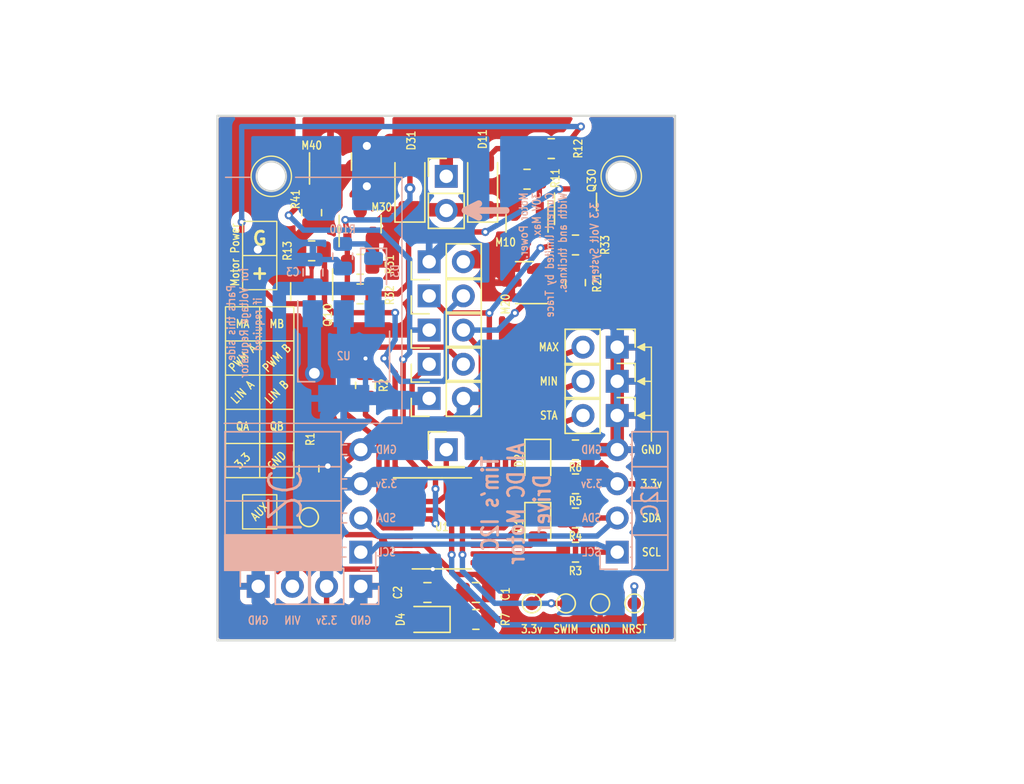
<source format=kicad_pcb>
(kicad_pcb (version 20221018) (generator pcbnew)
  (layers (0 "F.Cu" signal) (31 "B.Cu" signal) (34 "B.Paste" user) (35 "F.Paste" user) (36 "B.SilkS" user "B.Silkscreen") (37 "F.SilkS" user "F.Silkscreen") (38 "B.Mask" user) (39 "F.Mask" user) (44 "Edge.Cuts" user))
  (net 0 "")
  (net 1 "Net-(U1-VCAP)")
  (net 2 "Net-(D1-K)")
  (net 3 "+3V3")
  (net 4 "GND")
  (net 5 "Net-(D1-A)")
  (net 6 "Net-(D2-K)")
  (net 7 "+5V")
  (net 8 "Net-(D2-A)")
  (net 9 "Net-(D3-K)")
  (net 10 "Net-(D4-K)")
  (net 11 "/MOTOR_A")
  (net 12 "/MOTOR_POWER")
  (net 13 "/MOTOR_B")
  (net 14 "/LIN_MOTOR_A")
  (net 15 "/LIN_MOTOR_B")
  (net 16 "/SDA")
  (net 17 "/SCL")
  (net 18 "/NRST")
  (net 19 "Net-(D11-A)")
  (net 20 "/PWM_MOTOR_A")
  (net 21 "/SWIM")
  (net 22 "/PWM_MOTOR_B")
  (net 23 "Net-(D31-A)")
  (net 24 "/R-Set_I2C")
  (net 25 "/SDA_uC")
  (net 26 "/SCL_uC")
  (net 27 "/AUX")
  (net 28 "/QUAD_B")
  (net 29 "/QUAD_A")
  (net 30 "/IN_STATION")
  (net 31 "/IN_MIN")
  (net 32 "/IN_MAX")
  (net 33 "Net-(Q10-C)")
  (net 34 "Net-(Q30-C)")
  (footprint "Package_TO_SOT_SMD:SOT-23" (layer "F.Cu") (at 139.961 92 90)
    (fp_text reference "M40")
    (fp_text value "AO3400A")
  )
  (footprint "Tims_Modified:PinHeader_1x02_P2.54mm_Vertical" (layer "F.Cu") (at 147.291 107.066 90)
    (fp_text reference "J13" hide)
    (fp_text value "QUAD")
  )
  (footprint "Tims_Modified:PinHeader_1x02_P2.54mm_Vertical" (layer "F.Cu") (at 147.291 99.446 90)
    (fp_text reference "J15" hide)
    (fp_text value "MOTOR")
  )
  (footprint "Tims_Modified:PinHeader_1x02_P2.54mm_Vertical" (layer "F.Cu") (at 161.261 108.336 -90)
    (fp_text reference "J4" hide)
    (fp_text value "MIN_Switch")
  )
  (footprint "Resistor_SMD:R_0805_2012Metric" (layer "F.Cu") (at 158.161 101 90)
    (fp_text reference "R21")
    (fp_text value "10k")
  )
  (footprint "Tims_Modified:PinHeader_1x02_P2.54mm_Vertical" (layer "F.Cu") (at 161.261 105.796 -90)
    (fp_text reference "J5" hide)
    (fp_text value "MAX_Switch")
  )
  (footprint "Resistor_SMD:R_0805_2012Metric" (layer "F.Cu") (at 142.561 108.636 -90)
    (fp_text reference "R2")
    (fp_text value "10k")
  )
  (footprint "Resistor_SMD:R_0805_2012Metric" (layer "F.Cu") (at 156.361 91.036)
    (fp_text reference "R12")
    (fp_text value "10k")
  )
  (footprint "Resistor_SMD:R_0805_2012Metric" (layer "F.Cu") (at 154.561 93.311)
    (fp_text reference "R11")
    (fp_text value "10k")
  )
  (footprint "Package_TO_SOT_SMD:SOT-23" (layer "F.Cu") (at 158.161 95 90)
    (fp_text reference "Q30")
    (fp_text value "S8050")
  )
  (footprint "Resistor_SMD:R_0805_2012Metric" (layer "F.Cu") (at 142.161 101.836)
    (fp_text reference "R32")
    (fp_text value "10k")
  )
  (footprint "Tims_Modified:PinHeader_1x02_P2.54mm_Vertical" (layer "F.Cu") (at 147.291 109.606 90)
    (fp_text reference "J14" hide)
    (fp_text value "VCC")
  )
  (footprint "Tims_Modified:TSSOP-20_4.4x6.5mm_P0.65mm" (layer "F.Cu") (at 148.2385 118.896)
    (fp_text reference "U1")
    (fp_text value "STM8S103F3P")
  )
  (footprint "TestPoint:TestPoint_Pad_D1.0mm" (layer "F.Cu") (at 138.361 118.436)
    (fp_text reference "Pad1" hide)
    (fp_text value "R-Set_I2C")
  )
  (footprint "Resistor_SMD:R_0805_2012Metric" (layer "F.Cu") (at 158.161 115.956)
    (fp_text reference "R5")
    (fp_text value "150R")
  )
  (footprint "Resistor_SMD:R_0805_2012Metric" (layer "F.Cu") (at 158.161 118.496 180)
    (fp_text reference "R4")
    (fp_text value "100R")
  )
  (footprint "Capacitor_SMD:C_0805_2012Metric" (layer "F.Cu") (at 150.761 124.036 180)
    (fp_text reference "C1")
    (fp_text value "1uF")
  )
  (footprint "Package_TO_SOT_SMD:SOT-23" (layer "F.Cu") (at 142.161 96.646 90)
    (fp_text reference "M30")
    (fp_text value "AO3401A")
  )
  (footprint "LED_SMD:LED_0805_2012Metric" (layer "F.Cu") (at 147.161 126.036 180)
    (fp_text reference "D4")
    (fp_text value "Blue")
  )
  (footprint "Package_TO_SOT_SMD:SOT-23" (layer "F.Cu") (at 154.361 101 180)
    (fp_text reference "M20")
    (fp_text value "AO3400A")
  )
  (footprint "Package_TO_SOT_SMD:SOT-23" (layer "F.Cu") (at 154.561 96.596 -90)
    (fp_text reference "M10")
    (fp_text value "AO3401A")
  )
  (footprint "Resistor_SMD:R_0805_2012Metric" (layer "F.Cu") (at 138.561 95.8 -90)
    (fp_text reference "R41")
    (fp_text value "10k")
  )
  (footprint "Resistor_SMD:R_0805_2012Metric" (layer "F.Cu") (at 158.161 113.436)
    (fp_text reference "R6")
    (fp_text value "68R")
  )
  (footprint "Connector_PinHeader_2.54mm:PinHeader_1x01_P2.54mm_Vertical" (layer "F.Cu") (at 148.561 113.416)
    (fp_text reference "J9" hide)
    (fp_text value "AUX")
  )
  (footprint "Resistor_SMD:R_0805_2012Metric" (layer "F.Cu") (at 158.161 121.036 180)
    (fp_text reference "R3")
    (fp_text value "100R")
  )
  (footprint "Package_TO_SOT_SMD:SOT-23" (layer "F.Cu") (at 138.561 101.6625 -90)
    (fp_text reference "Q10")
    (fp_text value "S8050")
  )
  (footprint "Resistor_SMD:R_0805_2012Metric" (layer "F.Cu") (at 150.761 126.036)
    (fp_text reference "R7")
    (fp_text value "200R")
  )
  (footprint "TestPoint:TestPoint_Pad_D1.0mm" (layer "F.Cu") (at 159.991 124.846)
    (fp_text reference "Pad5" hide)
    (fp_text value "GND")
  )
  (footprint "TestPoint:TestPoint_Pad_D1.0mm" (layer "F.Cu") (at 154.911 124.846)
    (fp_text reference "Pad4" hide)
    (fp_text value "3.3v")
  )
  (footprint "Diode_SMD:D_MiniMELF" (layer "F.Cu") (at 151.261 93.836 90)
    (fp_text reference "D11")
    (fp_text value "LL4148")
  )
  (footprint "Tims_Modified:PinHeader_1x02_P2.54mm_Vertical" (layer "F.Cu") (at 148.561 93.096)
    (fp_text reference "J10" hide)
    (fp_text value "MOTOR_POWER")
  )
  (footprint "LED_SMD:LED_0805_2012Metric" (layer "F.Cu") (at 155.361 114.336 -90)
    (fp_text reference "D2")
    (fp_text value "Green")
  )
  (footprint "Resistor_SMD:R_0805_2012Metric" (layer "F.Cu") (at 158.161 98.2)
    (fp_text reference "R33")
    (fp_text value "10k")
  )
  (footprint "Resistor_SMD:R_0805_2012Metric" (layer "F.Cu") (at 142.161 99.636 180)
    (fp_text reference "R31")
    (fp_text value "10k")
  )
  (footprint "LED_SMD:LED_0805_2012Metric" (layer "F.Cu") (at 155.361 119.036 -90)
    (fp_text reference "D1")
    (fp_text value "Blue")
  )
  (footprint "Diode_SMD:D_MiniMELF" (layer "F.Cu") (at 145.861 93.836 90)
    (fp_text reference "D31")
    (fp_text value "LL4148")
  )
  (footprint "Tims_Modified:PinHeader_1x02_P2.54mm_Vertical" (layer "F.Cu") (at 147.291 104.526 90)
    (fp_text reference "J7" hide)
    (fp_text value "LIN")
  )
  (footprint "Tims_Modified:PinHeader_1x02_P2.54mm_Vertical" (layer "F.Cu") (at 147.291 101.986 90)
    (fp_text reference "J8" hide)
    (fp_text value "PWM")
  )
  (footprint "Capacitor_SMD:C_0805_2012Metric" (layer "F.Cu") (at 147.161 124.036)
    (fp_text reference "C2")
    (fp_text value "100nF")
  )
  (footprint "Resistor_SMD:R_0805_2012Metric" (layer "F.Cu") (at 138.361 114.836 -90)
    (fp_text reference "R1")
    (fp_text value "10k")
  )
  (footprint "Resistor_SMD:R_0805_2012Metric" (layer "F.Cu") (at 138.561 98.636 180)
    (fp_text reference "R13")
    (fp_text value "10k")
  )
  (footprint "TestPoint:TestPoint_Pad_D1.0mm" (layer "F.Cu") (at 157.451 124.846)
    (fp_text reference "Pad3" hide)
    (fp_text value "SWIM")
  )
  (footprint "TestPoint:TestPoint_Pad_D1.0mm" (layer "F.Cu") (at 162.531 124.846)
    (fp_text reference "Pad2" hide)
    (fp_text value "NRST")
  )
  (footprint "Tims_Modified:PinHeader_1x02_P2.54mm_Vertical" (layer "F.Cu") (at 161.261 110.876 -90)
    (fp_text reference "J3" hide)
    (fp_text value "IN_STATION")
  )
  (footprint "Package_TO_SOT_SMD:SOT-223-3_TabPin2" (layer "B.Cu") (at 140.941 106.456 -90)
    (fp_text reference "U2")
    (fp_text value "AMS1117-3.3" hide)
  )
  (footprint "Connector_PinSocket_2.54mm:PinSocket_1x04_P2.54mm_Horizontal" (layer "B.Cu") (at 142.211 121.036)
    (fp_text reference "J1" hide)
    (fp_text value "I2C_3.3v")
  )
  (footprint "Tims_Modified:PinHeader_1x02_P2.54mm_Vertical" (layer "B.Cu") (at 142.211 123.576 90)
    (fp_text reference "J11" hide)
    (fp_text value "3.3_OUT" hide)
  )
  (footprint "Tims_Modified:PinHeader_1x02_P2.54mm_Vertical" (layer "B.Cu") (at 134.591 123.576 -90)
    (fp_text reference "J12" hide)
    (fp_text value "VIN" hide)
  )
  (footprint "LED_SMD:LED_0805_2012Metric" (layer "B.Cu") (at 143.161 100.136 -90)
    (fp_text reference "D3")
    (fp_text value "Blue" hide)
  )
  (footprint "Capacitor_SMD:C_0805_2012Metric" (layer "B.Cu") (at 138.661 100.236 90)
    (fp_text reference "C3")
    (fp_text value "100nF" hide)
  )
  (footprint "Connector_PinHeader_2.54mm:PinHeader_1x04_P2.54mm_Horizontal" (layer "B.Cu") (at 161.261 121.036)
    (fp_text reference "J2" hide)
    (fp_text value "I2C_3.3v" hide)
  )
  (footprint "Resistor_SMD:R_0805_2012Metric" (layer "B.Cu") (at 140.861 99.036 -90)
    (fp_text reference "R100")
    (fp_text value "1K" hide)
  )
  (gr_line (start 145.269 93.17) (end 145.269 111.458) (stroke (width 0.1)) (layer "B.SilkS"))
  (gr_line (start 149.961 95.636) (end 150.977 95.128) (stroke (width 0.5)) (layer "B.SilkS"))
  (gr_line (start 149.961 95.636) (end 150.977 96.144) (stroke (width 0.5)) (layer "B.SilkS"))
  (gr_line (start 137.361 93.17) (end 145.269 93.17) (stroke (width 0.1)) (layer "B.SilkS"))
  (gr_line (start 149.961 95.636) (end 153.009 95.636) (stroke (width 0.5)) (layer "B.SilkS"))
  (gr_line (start 132.161 93.17) (end 133.961 93.17) (stroke (width 0.1)) (layer "B.SilkS"))
  (gr_line (start 145.269 111.458) (end 132.061 111.458) (stroke (width 0.1)) (layer "B.SilkS"))
  (gr_line (start 134.701 102.796) (end 134.701 115.496) (stroke (width 0.1)) (layer "F.SilkS"))
  (gr_line (start 162.785 105.796) (end 163.801 105.796) (stroke (width 0.1)) (layer "F.SilkS"))
  (gr_line (start 132.161 105.336) (end 137.241 105.336) (stroke (width 0.1)) (layer "F.SilkS"))
  (gr_rect (start 133.431 116.766) (end 135.971 119.306) (stroke (width 0.1)) (fill none) (layer "F.SilkS"))
  (gr_poly (pts (xy 162.785 105.796) (xy 163.293 105.542) (xy 163.293 106.05)) (stroke (width 0.1)) (fill solid) (layer "F.SilkS"))
  (gr_line (start 162.785 108.336) (end 163.801 108.336) (stroke (width 0.1)) (layer "F.SilkS"))
  (gr_line (start 133.431 98.986) (end 135.971 98.986) (stroke (width 0.1)) (layer "F.SilkS"))
  (gr_circle (center 161.561 93.096) (end 163.061 93.096) (stroke (width 0.1)) (fill none) (layer "F.SilkS"))
  (gr_poly (pts (xy 162.785 108.336) (xy 163.293 108.082) (xy 163.293 108.59)) (stroke (width 0.1)) (fill solid) (layer "F.SilkS"))
  (gr_poly (pts (xy 162.785 110.876) (xy 163.293 110.622) (xy 163.293 111.13)) (stroke (width 0.1)) (fill solid) (layer "F.SilkS"))
  (gr_rect (start 133.431 96.446) (end 135.971 101.526) (stroke (width 0.1)) (fill none) (layer "F.SilkS"))
  (gr_line (start 132.161 107.876) (end 137.241 107.876) (stroke (width 0.1)) (layer "F.SilkS"))
  (gr_line (start 132.161 110.416) (end 137.241 110.416) (stroke (width 0.1)) (layer "F.SilkS"))
  (gr_rect (start 132.161 102.796) (end 137.241 115.496) (stroke (width 0.1)) (fill none) (layer "F.SilkS"))
  (gr_line (start 162.785 110.876) (end 163.801 110.876) (stroke (width 0.1)) (layer "F.SilkS"))
  (gr_line (start 163.801 105.796) (end 163.801 112.781) (stroke (width 0.1)) (layer "F.SilkS"))
  (gr_circle (center 135.561 93.096) (end 137.061 93.096) (stroke (width 0.1)) (fill none) (layer "F.SilkS"))
  (gr_line (start 132.161 112.956) (end 137.241 112.956) (stroke (width 0.1)) (layer "F.SilkS"))
  (gr_circle (center 161.561 93.096) (end 162.661 93.096) (stroke (width 0.15)) (fill none) (layer "Edge.Cuts"))
  (gr_line (start 165.561 127.596) (end 131.561 127.596) (stroke (width 0.15)) (layer "Edge.Cuts"))
  (gr_line (start 165.561 88.596) (end 165.561 127.596) (stroke (width 0.15)) (layer "Edge.Cuts"))
  (gr_line (start 131.561 127.596) (end 131.561 88.596) (stroke (width 0.15)) (layer "Edge.Cuts"))
  (gr_line (start 131.561 88.596) (end 165.561 88.596) (stroke (width 0.15)) (layer "Edge.Cuts"))
  (gr_circle (center 135.561 93.096) (end 136.661 93.096) (stroke (width 0.15)) (fill none) (layer "Edge.Cuts"))
  (gr_text "GND" (at 134.591 126.116) (layer "B.SilkS") (effects (font (size 0.6 0.5) (thickness 0.1)) (justify mirror)))
  (gr_text "3.3v" (at 139.671 126.116) (layer "B.SilkS") (effects (font (size 0.6 0.5) (thickness 0.1)) (justify mirror)))
  (gr_text "VIN" (at 137.131 126.116) (layer "B.SilkS") (effects (font (size 0.6 0.5) (thickness 0.1)) (justify mirror)))
  (gr_text "GND" (at 142.211 126.116) (layer "B.SilkS") (effects (font (size 0.6 0.5) (thickness 0.1)) (justify mirror)))
  (gr_text "if required" (at 134.561 104.096 90) (layer "B.SilkS") (effects (font (size 0.6 0.5) (thickness 0.1)) (justify mirror)))
  (gr_text "SDA" (at 144.116 118.496) (layer "B.SilkS") (effects (font (size 0.6 0.5) (thickness 0.1)) (justify mirror)))
  (gr_text "Motor Power.\n30V Max.\nCurrent limited by Trace\nWidth and thciknes." (at 155.761 94.236 90) (layer "B.SilkS") (effects (font (size 0.6 0.5) (thickness 0.1)) (justify left mirror)))
  (gr_text "GND" (at 159.356 113.416) (layer "B.SilkS") (effects (font (size 0.6 0.5) (thickness 0.1)) (justify mirror)))
  (gr_text "Parts this side\nfor Voltage Regulator" (at 133.061 103.996 90) (layer "B.SilkS") (effects (font (size 0.6 0.5) (thickness 0.1)) (justify mirror)))
  (gr_text "I2C" (at 136.436 117.226 270) (layer "B.SilkS") (effects (font (size 2.4 2) (thickness 0.2) bold) (justify mirror)))
  (gr_text "3.3 Volt System" (at 159.571 98.046 90) (layer "B.SilkS") (effects (font (size 0.6 0.5) (thickness 0.1)) (justify mirror)))
  (gr_text "SCL" (at 144.116 121.036) (layer "B.SilkS") (effects (font (size 0.6 0.5) (thickness 0.1)) (justify mirror)))
  (gr_text "GND" (at 144.116 113.416) (layer "B.SilkS") (effects (font (size 0.6 0.5) (thickness 0.1)) (justify mirror)))
  (gr_text "SDA" (at 159.356 118.496) (layer "B.SilkS") (effects (font (size 0.6 0.5) (thickness 0.1)) (justify mirror)))
  (gr_text "I2C" (at 163.691 117.226 90) (layer "B.SilkS") (effects (font (size 1.2 1)) (justify mirror)))
  (gr_text "Tim's I2C\nAI DC Motor\nDriver" (at 153.761 117.436 90) (layer "B.SilkS") (effects (font (size 1.2 1) (thickness 0.2) bold) (justify mirror)))
  (gr_text "3.3v" (at 159.356 115.956) (layer "B.SilkS") (effects (font (size 0.6 0.5) (thickness 0.1)) (justify mirror)))
  (gr_text "SCL" (at 159.356 121.036) (layer "B.SilkS") (effects (font (size 0.6 0.5) (thickness 0.1)) (justify mirror)))
  (gr_text "3.3v" (at 144.116 115.956) (layer "B.SilkS") (effects (font (size 0.6 0.5) (thickness 0.1)) (justify mirror)))
  (gr_text "I2C\nReset" (at 138.401 120.636) (layer "F.SilkS") (effects (font (size 0.6 0.5) (thickness 0.1))))
  (gr_text "G" (at 134.701 97.716) (layer "F.SilkS") (effects (font (size 1 1) (thickness 0.2) bold)))
  (gr_text "GND" (at 163.801 113.416) (layer "F.SilkS") (effects (font (size 0.6 0.5) (thickness 0.1))))
  (gr_text "NRST" (at 162.531 126.751) (layer "F.SilkS") (effects (font (size 0.6 0.5) (thickness 0.1))))
  (gr_text "3.3" (at 133.431 114.246 45) (layer "F.SilkS") (effects (font (size 0.6 0.5) (thickness 0.1))))
  (gr_text "STA" (at 156.181 110.876) (layer "F.SilkS") (effects (font (size 0.6 0.5) (thickness 0.1))))
  (gr_text "3.3v" (at 154.911 126.751) (layer "F.SilkS") (effects (font (size 0.6 0.5) (thickness 0.1))))
  (gr_text "LIN B" (at 135.971 109.146 45) (layer "F.SilkS") (effects (font (size 0.6 0.5) (thickness 0.1))))
  (gr_text "SDA" (at 163.801 118.496) (layer "F.SilkS") (effects (font (size 0.6 0.5) (thickness 0.1))))
  (gr_text "SCL" (at 163.801 121.036) (layer "F.SilkS") (effects (font (size 0.6 0.5) (thickness 0.1))))
  (gr_text "MA" (at 133.431 104.066) (layer "F.SilkS") (effects (font (size 0.6 0.5) (thickness 0.1))))
  (gr_text "QA" (at 133.431 111.686) (layer "F.SilkS") (effects (font (size 0.6 0.5) (thickness 0.1))))
  (gr_text "Motor Power" (at 132.871 98.936 90) (layer "F.SilkS") (effects (font (size 0.6 0.5) (thickness 0.1))))
  (gr_text "3.3v" (at 163.801 115.956) (layer "F.SilkS") (effects (font (size 0.6 0.5) (thickness 0.1))))
  (gr_text "AUX" (at 134.701 118.036 45) (layer "F.SilkS") (effects (font (size 0.6 0.5) (thickness 0.1))))
  (gr_text "+" (at 134.701 100.256) (layer "F.SilkS") (effects (font (size 1 1) (thickness 0.2) bold)))
  (gr_text "GND" (at 134.561 122.036) (layer "F.SilkS") (effects (font (size 0.6 0.5) (thickness 0.1))))
  (gr_text "GND" (at 135.971 114.246 45) (layer "F.SilkS") (effects (font (size 0.6 0.5) (thickness 0.1))))
  (gr_text "PWM B" (at 135.971 106.606 45) (layer "F.SilkS") (effects (font (size 0.6 0.5) (thickness 0.1))))
  (gr_text "GND" (at 159.991 126.751) (layer "F.SilkS") (effects (font (size 0.6 0.5) (thickness 0.1))))
  (gr_text "SWIM" (at 157.451 126.751) (layer "F.SilkS") (effects (font (size 0.6 0.5) (thickness 0.1))))
  (gr_text "LIN A" (at 133.431 109.146 45) (layer "F.SilkS") (effects (font (size 0.6 0.5) (thickness 0.1))))
  (gr_text "MB" (at 135.971 104.066) (layer "F.SilkS") (effects (font (size 0.6 0.5) (thickness 0.1))))
  (gr_text "MIN" (at 156.181 108.336) (layer "F.SilkS") (effects (font (size 0.6 0.5) (thickness 0.1))))
  (gr_text "MAX" (at 156.181 105.796) (layer "F.SilkS") (effects (font (size 0.6 0.5) (thickness 0.1))))
  (gr_text "QB" (at 135.971 111.686) (layer "F.SilkS") (effects (font (size 0.6 0.5) (thickness 0.1))))
  (gr_text "PWM A" (at 133.431 106.606 45) (layer "F.SilkS") (effects (font (size 0.6 0.5) (thickness 0.1))))
  (segment (start 146.986 120.521) (end 149.161 122.696) (width 0.4) (layer "F.Cu") (net 1))
  (segment (start 145.376 120.521) (end 146.986 120.521) (width 0.4) (layer "F.Cu") (net 1))
  (segment (start 149.161 122.696) (end 150.761 122.696) (width 0.4) (layer "F.Cu") (net 1))
  (segment (start 150.761 122.696) (end 151.711 123.646) (width 0.4) (layer "F.Cu") (net 1))
  (segment (start 151.711 123.646) (end 151.711 124.036) (width 0.4) (layer "F.Cu") (net 1))
  (segment (start 151.37953 124.036) (end 151.711 124.036) (width 0.4) (layer "F.Cu") (net 1))
  (segment (start 157.2485 115.956) (end 155.361 118.0985) (width 0.4) (layer "F.Cu") (net 2))
  (segment (start 139.671 125.146) (end 140.561 126.036) (width 0.4) (layer "F.Cu") (net 3))
  (segment (start 140.561 126.036) (end 146.2235 126.036) (width 0.4) (layer "F.Cu") (net 3))
  (segment (start 161.261 115.956) (end 162.581 115.956) (width 0.4) (layer "F.Cu") (net 3))
  (segment (start 162.961 116.336) (end 162.961 122.306) (width 0.4) (layer "F.Cu") (net 3))
  (segment (start 139.0485 113.9235) (end 139.761 114.636) (width 0.4) (layer "F.Cu") (net 3))
  (segment (start 146.436 121.171) (end 146.561 121.296) (width 0.4) (layer "F.Cu") (net 3))
  (segment (start 146.561 123.686) (end 146.211 124.036) (width 0.4) (layer "F.Cu") (net 3))
  (segment (start 162.961 122.306) (end 159.991 123.576) (width 0.4) (layer "F.Cu") (net 3))
  (segment (start 139.671 123.576) (end 139.671 125.146) (width 0.4) (layer "F.Cu") (net 3))
  (segment (start 138.361 113.9235) (end 139.0485 113.9235) (width 0.4) (layer "F.Cu") (net 3))
  (segment (start 159.991 123.576) (end 156.181 123.576) (width 0.4) (layer "F.Cu") (net 3))
  (segment (start 146.2235 124.0485) (end 146.211 124.036) (width 0.4) (layer "F.Cu") (net 3))
  (segment (start 145.376 121.171) (end 146.436 121.171) (width 0.4) (layer "F.Cu") (net 3))
  (segment (start 162.581 115.956) (end 162.961 116.336) (width 0.4) (layer "F.Cu") (net 3))
  (segment (start 146.2235 126.036) (end 146.2235 124.0485) (width 0.4) (layer "F.Cu") (net 3))
  (segment (start 156.181 123.576) (end 154.911 124.846) (width 0.4) (layer "F.Cu") (net 3))
  (segment (start 146.561 121.296) (end 146.561 123.686) (width 0.4) (layer "F.Cu") (net 3))
  (segment (start 142.561 107.7235) (end 142.561 106.636) (width 0.4) (layer "F.Cu") (net 3))
  (via (at 139.761 114.636) (size 0.8) (drill 0.4) (layers "F.Cu" "B.Cu") (net 3))
  (via (at 142.561 106.636) (size 0.6) (drill 0.3) (layers "F.Cu" "B.Cu") (net 3))
  (segment (start 147.291 109.606) (end 142.961 109.606) (width 1) (layer "B.Cu") (net 3))
  (segment (start 142.211 115.956) (end 143.261 115.196) (width 1) (layer "B.Cu") (net 3))
  (segment (start 139.671 110.876) (end 140.941 109.606) (width 1) (layer "B.Cu") (net 3))
  (segment (start 139.671 114.546) (end 139.671 110.876) (width 1) (layer "B.Cu") (net 3))
  (segment (start 142.961 109.606) (end 140.941 109.606) (width 1) (layer "B.Cu") (net 3))
  (segment (start 139.671 114.726) (end 139.761 114.636) (width 1) (layer "B.Cu") (net 3))
  (segment (start 139.671 115.936) (end 139.671 114.726) (width 1) (layer "B.Cu") (net 3))
  (segment (start 160.261 115.196) (end 161.261 115.956) (width 1) (layer "B.Cu") (net 3))
  (segment (start 142.561 106.636) (end 142.561 109.206) (width 0.4) (layer "B.Cu") (net 3))
  (segment (start 143.261 115.196) (end 160.261 115.196) (width 1) (layer "B.Cu") (net 3))
  (segment (start 139.671 123.576) (end 139.671 115.936) (width 1) (layer "B.Cu") (net 3))
  (segment (start 142.211 115.956) (end 139.691 115.956) (width 1) (layer "B.Cu") (net 3))
  (segment (start 140.941 103.306) (end 140.941 109.606) (width 1) (layer "B.Cu") (net 3))
  (segment (start 142.561 109.206) (end 142.961 109.606) (width 0.4) (layer "B.Cu") (net 3))
  (segment (start 139.691 115.956) (end 139.671 115.936) (width 1) (layer "B.Cu") (net 3))
  (segment (start 139.761 114.636) (end 139.671 114.546) (width 1) (layer "B.Cu") (net 3))
  (segment (start 140.441 113.416) (end 138.761 111.736) (width 1) (layer "F.Cu") (net 4))
  (segment (start 137.611 100.6985) (end 137.611 98.6735) (width 1) (layer "F.Cu") (net 4))
  (segment (start 142.211 113.416) (end 140.441 113.416) (width 1) (layer "F.Cu") (net 4))
  (segment (start 161.261 96) (end 159.111 95.9735) (width 1) (layer "F.Cu") (net 4))
  (segment (start 162.961 126.036) (end 153.641 126.036) (width 0.4) (layer "F.Cu") (net 4))
  (segment (start 138.761 107.736) (end 138.761 107.7235) (width 1) (layer "F.Cu") (net 4))
  (segment (start 147.861 90.436) (end 148.561 91.136) (width 1) (layer "F.Cu") (net 4))
  (segment (start 159.0735 98.2) (end 161.261 98.2) (width 1) (layer "F.Cu") (net 4))
  (segment (start 148.561 91.136) (end 148.561 93.096) (width 1) (layer "F.Cu") (net 4))
  (segment (start 141.5985 92.336) (end 143.761 92.336) (width 1) (layer "F.Cu") (net 4))
  (segment (start 143.161 119.736) (end 141.161 119.736) (width 0.4) (layer "F.Cu") (net 4))
  (segment (start 144.361 90.436) (end 147.861 90.436) (width 1) (layer "F.Cu") (net 4))
  (segment (start 151.6735 125.8485) (end 151.6735 126.036) (width 0.4) (layer "F.Cu") (net 4))
  (segment (start 148.401 92.936) (end 148.561 93.096) (width 1) (layer "F.Cu") (net 4))
  (segment (start 140.361 94.036) (end 141.5985 92.336) (width 1) (layer "F.Cu") (net 4))
  (segment (start 163.961 125.036) (end 162.961 126.036) (width 0.4) (layer "F.Cu") (net 4))
  (segment (start 140.561 114.896) (end 142.211 113.416) (width 0.4) (layer "F.Cu") (net 4))
  (segment (start 151.6735 126.036) (end 153.641 126.036) (width 0.4) (layer "F.Cu") (net 4))
  (segment (start 143.536 119.871) (end 143.161 119.736) (width 0.4) (layer "F.Cu") (net 4))
  (segment (start 161.261 105.796) (end 161.261 113.416) (width 1) (layer "F.Cu") (net 4))
  (segment (start 134.561 98.536) (end 137.5485 98.536) (width 1) (layer "F.Cu") (net 4))
  (segment (start 140.361 95.236) (end 140.361 94.036) (width 1) (layer "F.Cu") (net 4))
  (segment (start 161.261 105.796) (end 161.261 100) (width 1) (layer "F.Cu") (net 4))
  (segment (start 138.761 111.736) (end 138.761 107.736) (width 1) (layer "F.Cu") (net 4))
  (segment (start 138.561 96.7485) (end 138.724828 96.7485) (width 1) (layer "F.Cu") (net 4))
  (segment (start 161.261 113.416) (end 159.0735 113.416) (width 1) (layer "F.Cu") (net 4))
  (segment (start 140.561 119.096) (end 140.561 114.896) (width 0.4) (layer "F.Cu") (net 4))
  (segment (start 147.561 123.486) (end 148.111 124.036) (width 0.4) (layer "F.Cu") (net 4))
  (segment (start 159.991 126.036) (end 159.991 124.846) (width 0.4) (layer "F.Cu") (net 4))
  (segment (start 161.261 113.416) (end 162.941 113.416) (width 0.4) (layer "F.Cu") (net 4))
  (segment (start 162.941 113.416) (end 163.961 114.436) (width 0.4) (layer "F.Cu") (net 4))
  (segment (start 145.376 119.871) (end 143.536 119.871) (width 0.4) (layer "F.Cu") (net 4))
  (segment (start 138.561 96.7485) (end 137.6485 97.661) (width 1) (layer "F.Cu") (net 4))
  (segment (start 143.761 92.336) (end 144.361 90.436) (width 1) (layer "F.Cu") (net 4))
  (segment (start 148.111 124.036) (end 149.811 124.036) (width 0.4) (layer "F.Cu") (net 4))
  (segment (start 141.161 119.736) (end 140.561 119.096) (width 0.4) (layer "F.Cu") (net 4))
  (segment (start 149.811 124.036) (end 149.861 124.036) (width 0.4) (layer "F.Cu") (net 4))
  (segment (start 159.0735 113.416) (end 159.0735 115.956) (width 1) (layer "F.Cu") (net 4))
  (segment (start 161.261 100) (end 161.261 96) (width 1) (layer "F.Cu") (net 4))
  (segment (start 137.6485 97.661) (end 137.6485 98.636) (width 1) (layer "F.Cu") (net 4))
  (segment (start 155.2985 100.05) (end 161.211 100.05) (width 1) (layer "F.Cu") (net 4))
  (segment (start 163.961 114.436) (end 163.961 125.036) (width 0.4) (layer "F.Cu") (net 4))
  (segment (start 138.724828 96.7485) (end 140.361 95.236) (width 1) (layer "F.Cu") (net 4))
  (segment (start 149.861 124.036) (end 151.6735 125.8485) (width 0.4) (layer "F.Cu") (net 4))
  (segment (start 147.561 122.296) (end 147.561 123.486) (width 0.4) (layer "F.Cu") (net 4))
  (via (at 134.561 98.536) (size 1.2) (drill 0.6) (layers "F.Cu" "B.Cu") (net 4))
  (via (at 138.761 107.736) (size 1.4) (drill 0.8) (layers "F.Cu" "B.Cu") (net 4))
  (via (at 147.561 122.296) (size 0.6) (drill 0.3) (layers "F.Cu" "B.Cu") (net 4))
  (segment (start 135.661 125.736) (end 141.261 125.736) (width 1) (layer "B.Cu") (net 4))
  (segment (start 140.411 99.286) (end 138.661 99.286) (width 0.4) (layer "B.Cu") (net 4))
  (segment (start 134.591 124.666) (end 135.661 125.736) (width 1) (layer "B.Cu") (net 4))
  (segment (start 134.561 98.536) (end 134.561 98.436) (width 1) (layer "B.Cu") (net 4))
  (segment (start 144.361 111.436) (end 149.203081 111.436) (width 1) (layer "B.Cu") (net 4))
  (segment (start 157.561 103.436) (end 160.361 103.436) (width 1) (layer "B.Cu") (net 4))
  (segment (start 149.203081 111.436) (end 149.831 110.808081) (width 1) (layer "B.Cu") (net 4))
  (segment (start 138.761 107.736) (end 138.761 103.426) (width 1) (layer "B.Cu") (net 4))
  (segment (start 134.561958 99.336) (end 134.561 98.536) (width 1) (layer "B.Cu") (net 4))
  (segment (start 138.761 103.426) (end 138.641 103.306) (width 1) (layer "B.Cu") (net 4))
  (segment (start 134.591 123.576) (end 134.561958 99.336) (width 1) (layer "B.Cu") (net 4))
  (segment (start 140.861 99.9485) (end 140.861 99.736) (width 0.4) (layer "B.Cu") (net 4))
  (segment (start 161.261 104.336) (end 161.261 105.796) (width 1) (layer "B.Cu") (net 4))
  (segment (start 140.861 99.736) (end 140.411 99.286) (width 0.4) (layer "B.Cu") (net 4))
  (segment (start 138.661 99.286) (end 134.611958 99.286) (width 1) (layer "B.Cu") (net 4))
  (segment (start 142.211 123.576) (end 146.281 123.576) (width 0.4) (layer "B.Cu") (net 4))
  (segment (start 149.831 110.808081) (end 149.831 109.606) (width 1) (layer "B.Cu") (net 4))
  (segment (start 134.591 123.576) (end 134.591 124.666) (width 1) (layer "B.Cu") (net 4))
  (segment (start 146.281 123.576) (end 147.561 122.296) (width 0.4) (layer "B.Cu") (net 4))
  (segment (start 160.361 103.436) (end 161.261 104.336) (width 1) (layer "B.Cu") (net 4))
  (segment (start 141.261 125.736) (end 142.211 124.786) (width 1) (layer "B.Cu") (net 4))
  (segment (start 142.211 113.416) (end 144.361 111.436) (width 1) (layer "B.Cu") (net 4))
  (segment (start 142.211 124.786) (end 142.211 123.576) (width 1) (layer "B.Cu") (net 4))
  (segment (start 151.391 109.606) (end 157.561 103.436) (width 1) (layer "B.Cu") (net 4))
  (segment (start 149.831 109.606) (end 151.391 109.606) (width 1) (layer "B.Cu") (net 4))
  (segment (start 151.101 120.521) (end 154.8135 120.521) (width 0.4) (layer "F.Cu") (net 5))
  (segment (start 154.8135 120.521) (end 155.361 119.9735) (width 0.4) (layer "F.Cu") (net 5))
  (segment (start 155.2785 113.416) (end 155.261 113.3985) (width 0.4) (layer "F.Cu") (net 6))
  (segment (start 157.2485 113.416) (end 155.2785 113.416) (width 0.4) (layer "F.Cu") (net 6))
  (segment (start 137.131 121.106) (end 137.131 123.576) (width 1) (layer "B.Cu") (net 7))
  (segment (start 142.731 101.436) (end 136.161 101.436) (width 1) (layer "B.Cu") (net 7))
  (segment (start 136.161 101.436) (end 136.161 119.966) (width 1) (layer "B.Cu") (net 7))
  (segment (start 136.161 119.966) (end 137.131 121.106) (width 1) (layer "B.Cu") (net 7))
  (segment (start 143.241 103.306) (end 143.261 101.236) (width 1) (layer "B.Cu") (net 7))
  (segment (start 153.186 119.871) (end 154.161 118.896) (width 0.4) (layer "F.Cu") (net 8))
  (segment (start 154.161 118.896) (end 154.161 116.296) (width 0.4) (layer "F.Cu") (net 8))
  (segment (start 151.101 119.871) (end 153.186 119.871) (width 0.4) (layer "F.Cu") (net 8))
  (segment (start 154.161 116.296) (end 155.261 115.2735) (width 0.4) (layer "F.Cu") (net 8))
  (segment (start 142.5485 98.1235) (end 140.861 98.1235) (width 0.4) (layer "B.Cu") (net 9))
  (segment (start 143.161 98.736) (end 142.5485 98.1235) (width 0.4) (layer "B.Cu") (net 9))
  (segment (start 143.161 99.1985) (end 143.161 98.736) (width 0.4) (layer "B.Cu") (net 9))
  (segment (start 148.0985 126.036) (end 149.8485 126.036) (width 0.4) (layer "F.Cu") (net 10))
  (segment (start 142.161 94.336) (end 142.661 93.836) (width 1) (layer "F.Cu") (net 11))
  (segment (start 142.161 95.6985) (end 142.161 94.336) (width 1) (layer "F.Cu") (net 11))
  (segment (start 142.661 90.836) (end 140.2735 90.836) (width 1) (layer "F.Cu") (net 11))
  (via (at 142.661 90.836) (size 1.2) (drill 0.6) (layers "F.Cu" "B.Cu") (net 11))
  (via (at 142.661 93.836) (size 1.2) (drill 0.6) (layers "F.Cu" "B.Cu") (net 11))
  (segment (start 142.661 90.836) (end 149.361 90.836) (width 1) (layer "B.Cu") (net 11))
  (segment (start 150.311 96.426) (end 147.291 99.446) (width 1) (layer "B.Cu") (net 11))
  (segment (start 150.311 91.786) (end 150.311 96.426) (width 1) (layer "B.Cu") (net 11))
  (segment (start 149.361 90.836) (end 150.311 91.786) (width 1) (layer "B.Cu") (net 11))
  (segment (start 142.661 93.836) (end 142.661 90.836) (width 1) (layer "B.Cu") (net 11))
  (segment (start 153.2985 95.586) (end 153.611 95.8985) (width 1) (layer "F.Cu") (net 12))
  (segment (start 143.8735 97.5735) (end 145.861 95.586) (width 1) (layer "F.Cu") (net 12))
  (segment (start 143.0735 99.636) (end 143.0735 97.611) (width 1) (layer "F.Cu") (net 12))
  (segment (start 153.6485 93.311) (end 153.6485 95.861) (width 1) (layer "F.Cu") (net 12))
  (segment (start 143.111 97.5735) (end 143.8735 97.5735) (width 1) (layer "F.Cu") (net 12))
  (segment (start 145.861 95.586) (end 153.2985 95.586) (width 1) (layer "F.Cu") (net 12))
  (segment (start 151.811 99.446) (end 149.831 99.446) (width 1) (layer "F.Cu") (net 13))
  (segment (start 153.4235 101) (end 152.161 99.796) (width 1) (layer "F.Cu") (net 13))
  (segment (start 149.831 99.446) (end 154.561 97.5335) (width 1) (layer "F.Cu") (net 13))
  (segment (start 152.161 99.796) (end 151.811 99.446) (width 1) (layer "F.Cu") (net 13))
  (segment (start 146.961 115.436) (end 146.961 116.096) (width 0.4) (layer "F.Cu") (net 14))
  (segment (start 136.861 95.996) (end 137.9335 94.9235) (width 0.4) (layer "F.Cu") (net 14))
  (segment (start 138.561 93.4735) (end 139.011 92.9375) (width 0.4) (layer "F.Cu") (net 14))
  (segment (start 146.436 116.621) (end 146.961 116.096) (width 0.4) (layer "F.Cu") (net 14))
  (segment (start 138.561 94.9235) (end 138.561 93.4735) (width 0.4) (layer "F.Cu") (net 14))
  (segment (start 145.361 106.696) (end 145.361 113.696) (width 0.4) (layer "F.Cu") (net 14))
  (segment (start 137.9335 94.9235) (end 138.561 94.9235) (width 0.4) (layer "F.Cu") (net 14))
  (segment (start 145.376 116.621) (end 146.436 116.621) (width 0.4) (layer "F.Cu") (net 14))
  (segment (start 145.361 113.696) (end 146.961 115.436) (width 0.4) (layer "F.Cu") (net 14))
  (via (at 145.361 106.696) (size 0.6) (drill 0.3) (layers "F.Cu" "B.Cu") (net 14))
  (via (at 136.861 95.996) (size 0.6) (drill 0.3) (layers "F.Cu" "B.Cu") (net 14))
  (segment (start 145.841 106.216) (end 145.361 106.696) (width 0.4) (layer "B.Cu") (net 14))
  (segment (start 145.841 104.346) (end 145.841 106.216) (width 0.4) (layer "B.Cu") (net 14))
  (segment (start 145.841 99.276) (end 143.661 97.096) (width 0.4) (layer "B.Cu") (net 14))
  (segment (start 143.661 97.096) (end 137.961 97.096) (width 0.4) (layer "B.Cu") (net 14))
  (segment (start 137.961 97.096) (end 136.861 95.996) (width 0.4) (layer "B.Cu") (net 14))
  (segment (start 145.841 104.346) (end 145.841 99.276) (width 0.4) (layer "B.Cu") (net 14))
  (segment (start 147.291 104.526) (end 145.841 104.526) (width 0.4) (layer "B.Cu") (net 14))
  (segment (start 151.101 116.621) (end 150.286 116.621) (width 0.4) (layer "F.Cu") (net 15))
  (segment (start 151.161 113.696) (end 151.161 106.096) (width 0.4) (layer "F.Cu") (net 15))
  (segment (start 154.967 101.95) (end 153.661 103.256) (width 0.4) (layer "F.Cu") (net 15))
  (segment (start 150.286 116.621) (end 149.761 116.096) (width 0.4) (layer "F.Cu") (net 15))
  (segment (start 158.161 101.9125) (end 155.336 101.9125) (width 0.4) (layer "F.Cu") (net 15))
  (segment (start 149.761 115.496) (end 151.161 113.696) (width 0.4) (layer "F.Cu") (net 15))
  (segment (start 151.161 106.096) (end 149.831 104.526) (width 0.4) (layer "F.Cu") (net 15))
  (segment (start 149.761 116.096) (end 149.761 115.496) (width 0.4) (layer "F.Cu") (net 15))
  (via (at 153.661 103.256) (size 0.6) (drill 0.3) (layers "F.Cu" "B.Cu") (net 15))
  (segment (start 152.391 104.526) (end 153.661 103.256) (width 0.4) (layer "B.Cu") (net 15))
  (segment (start 149.831 104.526) (end 152.391 104.526) (width 0.4) (layer "B.Cu") (net 15))
  (segment (start 159.0735 118.496) (end 161.261 118.496) (width 0.4) (layer "F.Cu") (net 16))
  (segment (start 142.211 118.496) (end 143.561 119.836) (width 0.4) (layer "B.Cu") (net 16))
  (segment (start 159.761 119.836) (end 161.261 118.496) (width 0.4) (layer "B.Cu") (net 16))
  (segment (start 143.561 119.836) (end 159.761 119.836) (width 0.4) (layer "B.Cu") (net 16))
  (segment (start 159.0735 121.036) (end 161.261 121.036) (width 0.4) (layer "F.Cu") (net 17))
  (segment (start 143.561 120.436) (end 142.961 121.036) (width 0.4) (layer "B.Cu") (net 17))
  (segment (start 159.761 120.436) (end 161.261 121.036) (width 0.4) (layer "B.Cu") (net 17))
  (segment (start 159.761 120.436) (end 143.561 120.436) (width 0.4) (layer "B.Cu") (net 17))
  (segment (start 142.961 121.036) (end 142.211 121.036) (width 0.4) (layer "B.Cu") (net 17))
  (segment (start 145.376 117.921) (end 144.386 117.921) (width 0.4) (layer "F.Cu") (net 18))
  (segment (start 142.561 110.836) (end 142.561 109.5485) (width 0.4) (layer "F.Cu") (net 18))
  (segment (start 162.531 124.846) (end 162.531 123.576) (width 0.4) (layer "F.Cu") (net 18))
  (segment (start 144.161 117.696) (end 144.161 112.096) (width 0.4) (layer "F.Cu") (net 18))
  (segment (start 144.386 117.921) (end 144.161 117.696) (width 0.4) (layer "F.Cu") (net 18))
  (segment (start 145.376 117.921) (end 147.986 117.921) (width 0.4) (layer "F.Cu") (net 18))
  (segment (start 144.161 112.096) (end 142.561 110.836) (width 0.4) (layer "F.Cu") (net 18))
  (segment (start 147.986 117.921) (end 148.961 118.896) (width 0.4) (layer "F.Cu") (net 18))
  (segment (start 148.961 118.896) (end 148.961 121.236) (width 0.4) (layer "F.Cu") (net 18))
  (via (at 148.961 121.236) (size 0.6) (drill 0.3) (layers "F.Cu" "B.Cu") (net 18))
  (via (at 162.531 123.576) (size 0.6) (drill 0.3) (layers "F.Cu" "B.Cu") (net 18))
  (segment (start 152.825874 126.436) (end 148.961 122.571126) (width 0.4) (layer "B.Cu") (net 18))
  (segment (start 162.531 123.576) (end 162.531 126.436) (width 0.4) (layer "B.Cu") (net 18))
  (segment (start 162.531 126.436) (end 152.825874 126.436) (width 0.4) (layer "B.Cu") (net 18))
  (segment (start 148.961 122.571126) (end 148.961 121.236) (width 0.4) (layer "B.Cu") (net 18))
  (segment (start 152.311 91.036) (end 151.261 92.086) (width 0.4) (layer "F.Cu") (net 19))
  (segment (start 155.4735 91.036) (end 155.4735 95.861) (width 0.4) (layer "F.Cu") (net 19))
  (segment (start 155.4485 91.036) (end 152.311 91.036) (width 0.4) (layer "F.Cu") (net 19))
  (segment (start 151.761 114.696) (end 151.101 115.356) (width 0.4) (layer "F.Cu") (net 20))
  (segment (start 157.0485 98.096) (end 155.561 98.436) (width 0.4) (layer "F.Cu") (net 20))
  (segment (start 148.561 103.256) (end 147.291 101.986) (width 0.4) (layer "F.Cu") (net 20))
  (segment (start 151.101 115.356) (end 151.101 115.971) (width 0.4) (layer "F.Cu") (net 20))
  (segment (start 157.211 95.9735) (end 157.211 97.9985) (width 0.4) (layer "F.Cu") (net 20))
  (segment (start 151.761 103.256) (end 148.561 103.256) (width 0.4) (layer "F.Cu") (net 20))
  (segment (start 146.811 101.986) (end 147.291 101.986) (width 0.4) (layer "F.Cu") (net 20))
  (segment (start 151.761 103.256) (end 151.761 114.696) (width 0.4) (layer "F.Cu") (net 20))
  (via (at 151.761 103.256) (size 0.6) (drill 0.3) (layers "F.Cu" "B.Cu") (net 20))
  (via (at 155.561 98.436) (size 0.6) (drill 0.3) (layers "F.Cu" "B.Cu") (net 20))
  (segment (start 151.761 103.256) (end 155.561 98.436) (width 0.4) (layer "B.Cu") (net 20))
  (segment (start 157.451 124.846) (end 156.361 124.836) (width 0.4) (layer "F.Cu") (net 21))
  (segment (start 149.761 117.496) (end 149.761 121.236) (width 0.4) (layer "F.Cu") (net 21))
  (segment (start 151.101 117.271) (end 149.986 117.271) (width 0.4) (layer "F.Cu") (net 21))
  (segment (start 149.986 117.271) (end 149.761 117.496) (width 0.4) (layer "F.Cu") (net 21))
  (via (at 156.361 124.836) (size 0.6) (drill 0.3) (layers "F.Cu" "B.Cu") (net 21))
  (via (at 149.761 121.236) (size 0.6) (drill 0.3) (layers "F.Cu" "B.Cu") (net 21))
  (segment (start 152.161 124.836) (end 149.761 122.436) (width 0.4) (layer "B.Cu") (net 21))
  (segment (start 156.361 124.836) (end 152.161 124.836) (width 0.4) (layer "B.Cu") (net 21))
  (segment (start 149.761 122.436) (end 149.761 121.236) (width 0.4) (layer "B.Cu") (net 21))
  (segment (start 143.961 106.636) (end 144.561 107.496) (width 0.4) (layer "F.Cu") (net 22))
  (segment (start 139.511 102.586) (end 139.511 100.6985) (width 0.4) (layer "F.Cu") (net 22))
  (segment (start 144.761 103.236) (end 140.161 103.236) (width 0.4) (layer "F.Cu") (net 22))
  (segment (start 144.761 107.696) (end 144.761 114.696) (width 0.4) (layer "F.Cu") (net 22))
  (segment (start 145.376 115.311) (end 145.376 115.971) (width 0.4) (layer "F.Cu") (net 22))
  (segment (start 144.761 114.696) (end 145.376 115.311) (width 0.4) (layer "F.Cu") (net 22))
  (segment (start 144.561 107.496) (end 144.761 107.696) (width 0.4) (layer "F.Cu") (net 22))
  (segment (start 140.161 103.236) (end 139.511 102.586) (width 0.4) (layer "F.Cu") (net 22))
  (segment (start 139.511 100.6985) (end 139.511 98.6735) (width 0.4) (layer "F.Cu") (net 22))
  (via (at 143.961 106.636) (size 0.6) (drill 0.3) (layers "F.Cu" "B.Cu") (net 22))
  (via (at 144.761 103.236) (size 0.6) (drill 0.3) (layers "F.Cu" "B.Cu") (net 22))
  (segment (start 148.361 108.336) (end 148.561 108.0285) (width 0.4) (layer "B.Cu") (net 22))
  (segment (start 144.761 105.236) (end 144.761 103.236) (width 0.4) (layer "B.Cu") (net 22))
  (segment (start 143.961 106.636) (end 145.161 108.336) (width 0.4) (layer "B.Cu") (net 22))
  (segment (start 148.561 108.0285) (end 148.561 103.256) (width 0.4) (layer "B.Cu") (net 22))
  (segment (start 143.961 106.636) (end 144.761 105.236) (width 0.4) (layer "B.Cu") (net 22))
  (segment (start 145.161 108.336) (end 148.361 108.336) (width 0.4) (layer "B.Cu") (net 22))
  (segment (start 148.561 103.256) (end 149.831 101.986) (width 0.4) (layer "B.Cu") (net 22))
  (segment (start 145.861 92.086) (end 145.861 93.996) (width 0.4) (layer "F.Cu") (net 23))
  (segment (start 141.061 96.336) (end 141.211 97.5735) (width 0.4) (layer "F.Cu") (net 23))
  (segment (start 141.211 97.5735) (end 141.211 101.7985) (width 0.4) (layer "F.Cu") (net 23))
  (via (at 145.861 93.996) (size 0.8) (drill 0.4) (layers "F.Cu" "B.Cu") (net 23))
  (via (at 141.061 96.336) (size 0.6) (drill 0.3) (layers "F.Cu" "B.Cu") (net 23))
  (segment (start 145.861 93.996) (end 145.861 94.836) (width 0.4) (layer "B.Cu") (net 23))
  (segment (start 144.361 96.336) (end 141.061 96.336) (width 0.4) (layer "B.Cu") (net 23))
  (segment (start 145.861 94.836) (end 144.361 96.336) (width 0.4) (layer "B.Cu") (net 23))
  (segment (start 138.361 115.7485) (end 138.361 118.436) (width 0.4) (layer "F.Cu") (net 24))
  (segment (start 138.361 118.436) (end 138.361 120.076) (width 0.4) (layer "F.Cu") (net 24))
  (segment (start 140.561 122.296) (end 144.901 122.296) (width 0.4) (layer "F.Cu") (net 24))
  (segment (start 138.361 120.076) (end 140.561 122.296) (width 0.4) (layer "F.Cu") (net 24))
  (segment (start 144.901 122.296) (end 145.376 121.821) (width 0.4) (layer "F.Cu") (net 24))
  (segment (start 155.561 122.496) (end 157.701 122.496) (width 0.4) (layer "F.Cu") (net 25))
  (segment (start 157.701 122.496) (end 158.161 122.036) (width 0.4) (layer "F.Cu") (net 25))
  (segment (start 154.886 121.821) (end 155.561 122.496) (width 0.4) (layer "F.Cu") (net 25))
  (segment (start 151.101 121.821) (end 154.886 121.821) (width 0.4) (layer "F.Cu") (net 25))
  (segment (start 158.161 119.4085) (end 157.2485 118.496) (width 0.4) (layer "F.Cu") (net 25))
  (segment (start 158.161 122.036) (end 158.161 119.4085) (width 0.4) (layer "F.Cu") (net 25))
  (segment (start 151.101 121.171) (end 157.1135 121.171) (width 0.4) (layer "F.Cu") (net 26))
  (segment (start 157.1135 121.171) (end 157.2485 121.036) (width 0.4) (layer "F.Cu") (net 26))
  (segment (start 145.376 117.271) (end 147.961 117.271) (width 0.4) (layer "F.Cu") (net 27))
  (segment (start 147.961 117.271) (end 148.561 116.796) (width 0.4) (layer "F.Cu") (net 27))
  (segment (start 148.561 116.796) (end 148.561 113.416) (width 0.4) (layer "F.Cu") (net 27))
  (segment (start 141.061 107.136) (end 142.361 105.796) (width 0.4) (layer "F.Cu") (net 28))
  (segment (start 145.376 119.221) (end 143.886 119.221) (width 0.4) (layer "F.Cu") (net 28))
  (segment (start 148.561 105.796) (end 149.831 107.066) (width 0.4) (layer "F.Cu") (net 28))
  (segment (start 143.886 119.221) (end 143.561 118.896) (width 0.4) (layer "F.Cu") (net 28))
  (segment (start 143.561 118.896) (end 143.561 112.696) (width 0.4) (layer "F.Cu") (net 28))
  (segment (start 142.361 105.796) (end 148.561 105.796) (width 0.4) (layer "F.Cu") (net 28))
  (segment (start 141.061 110.696) (end 141.061 107.136) (width 0.4) (layer "F.Cu") (net 28))
  (segment (start 143.561 112.696) (end 141.061 110.696) (width 0.4) (layer "F.Cu") (net 28))
  (segment (start 146.021 108.336) (end 147.291 107.066) (width 0.4) (layer "F.Cu") (net 29))
  (segment (start 145.376 118.571) (end 147.436 118.571) (width 0.4) (layer "F.Cu") (net 29))
  (segment (start 147.761 116.336) (end 147.761 115.096) (width 0.4) (layer "F.Cu") (net 29))
  (segment (start 147.436 118.571) (end 147.761 118.896) (width 0.4) (layer "F.Cu") (net 29))
  (segment (start 147.761 115.096) (end 146.021 113.296) (width 0.4) (layer "F.Cu") (net 29))
  (segment (start 146.021 113.296) (end 146.021 108.336) (width 0.4) (layer "F.Cu") (net 29))
  (via (at 147.761 116.336) (size 0.6) (drill 0.3) (layers "F.Cu" "B.Cu") (net 29))
  (via (at 147.761 118.896) (size 0.6) (drill 0.3) (layers "F.Cu" "B.Cu") (net 29))
  (segment (start 147.761 116.336) (end 147.761 118.636) (width 0.4) (layer "B.Cu") (net 29))
  (segment (start 147.761 118.636) (end 147.761 118.896) (width 0.4) (layer "B.Cu") (net 29))
  (segment (start 151.101 119.221) (end 152.836 119.221) (width 0.4) (layer "F.Cu") (net 30))
  (segment (start 153.561 112.696) (end 158.721 110.876) (width 0.4) (layer "F.Cu") (net 30))
  (segment (start 153.561 118.496) (end 153.561 112.696) (width 0.4) (layer "F.Cu") (net 30))
  (segment (start 152.836 119.221) (end 153.561 118.496) (width 0.4) (layer "F.Cu") (net 30))
  (segment (start 151.101 118.571) (end 152.486 118.571) (width 0.4) (layer "F.Cu") (net 31))
  (segment (start 152.486 118.571) (end 152.961 118.096) (width 0.4) (layer "F.Cu") (net 31))
  (segment (start 152.961 110.496) (end 158.721 108.336) (width 0.4) (layer "F.Cu") (net 31))
  (segment (start 152.961 118.096) (end 152.961 110.496) (width 0.4) (layer "F.Cu") (net 31))
  (segment (start 152.136 117.921) (end 152.361 117.696) (width 0.4) (layer "F.Cu") (net 32))
  (segment (start 152.361 108.296) (end 158.721 105.796) (width 0.4) (layer "F.Cu") (net 32))
  (segment (start 151.101 117.921) (end 152.136 117.921) (width 0.4) (layer "F.Cu") (net 32))
  (segment (start 152.361 117.696) (end 152.361 108.296) (width 0.4) (layer "F.Cu") (net 32))
  (segment (start 133.361 99.936) (end 135.9985 102.5735) (width 0.4) (layer "F.Cu") (net 33))
  (segment (start 133.361 96.496) (end 133.361 99.936) (width 0.4) (layer "F.Cu") (net 33))
  (segment (start 135.9985 102.5735) (end 138.561 102.5735) (width 0.4) (layer "F.Cu") (net 33))
  (segment (start 158.561 89.396) (end 157.2735 91.036) (width 0.4) (layer "F.Cu") (net 33))
  (via (at 133.361 96.496) (size 0.6) (drill 0.3) (layers "F.Cu" "B.Cu") (net 33))
  (via (at 158.561 89.396) (size 0.6) (drill 0.3) (layers "F.Cu" "B.Cu") (net 33))
  (segment (start 133.361 96.496) (end 133.361 89.396) (width 0.4) (layer "B.Cu") (net 33))
  (segment (start 133.361 89.396) (end 158.561 89.396) (width 0.4) (layer "B.Cu") (net 33))
  (segment (start 146.601 97.236) (end 145.761 98.076) (width 0.4) (layer "F.Cu") (net 34))
  (segment (start 151.461 97.236) (end 146.601 97.236) (width 0.4) (layer "F.Cu") (net 34))
  (segment (start 144.961 101.836) (end 143.0735 101.836) (width 0.4) (layer "F.Cu") (net 34))
  (segment (start 145.761 101.036) (end 144.961 101.836) (width 0.4) (layer "F.Cu") (net 34))
  (segment (start 158.161 94.036) (end 156.961 94.036) (width 0.4) (layer "F.Cu") (net 34))
  (segment (start 145.761 98.076) (end 145.761 101.036) (width 0.4) (layer "F.Cu") (net 34))
  (via (at 156.961 94.036) (size 0.6) (drill 0.3) (layers "F.Cu" "B.Cu") (net 34))
  (via (at 151.461 97.236) (size 0.6) (drill 0.3) (layers "F.Cu" "B.Cu") (net 34))
  (segment (start 151.461 97.236) (end 156.961 94.036) (width 0.4) (layer "B.Cu") (net 34))
  (zone (net 12) (net_name "/MOTOR_POWER") (layer "F.Cu") (priority 1) (connect_pads (clearance 0.508)) (min_thickness 0.25) (fill yes (thermal_gap 0.5) (thermal_bridge_width 0.5))
    (polygon (pts (xy 154.561 96.596) (xy 154.561 92.196) (xy 149.961 92.196) (xy 149.961 94.396) (xy 144.961 94.396) (xy 142.161 96.996) (xy 142.161 100.796) (xy 148.161 100.796) (xy 148.161 96.596)))
  )
  (zone (net 4) (net_name "GND") (layer "F.Cu") (priority 3) (connect_pads (clearance 0.508)) (min_thickness 0.25) (fill yes (thermal_gap 0.5) (thermal_bridge_width 0.5))
    (polygon (pts (xy 155.361 91.396) (xy 149.661 91.996) (xy 149.661 94.096) (xy 147.461 94.096) (xy 147.461 92.096) (xy 144.561 92.096) (xy 144.561 88.696) (xy 137.361 88.696) (xy 137.361 92.696) (xy 141.061 92.696) (xy 140.361 93.596) (xy 140.361 97.596) (xy 141.361 97.596) (xy 141.361 101.596) (xy 148.161 101.596) (xy 148.161 102.396) (xy 148.161 103.496) (xy 153.161 103.496) (xy 153.461 103.496) (xy 155.161 101.796) (xy 158.461 101.796) (xy 158.461 95.196) (xy 155.361 95.196) (xy 155.361 91.596) (xy 155.361 88.696) (xy 165.461 88.696) (xy 165.461 127.496) (xy 131.661 127.496) (xy 131.661 88.696) (xy 155.361 88.696)))
  )
  (zone (net 13) (net_name "/MOTOR_B") (layer "F.Cu") (connect_pads (clearance 0.508)) (min_thickness 0.25) (fill yes (thermal_gap 0.5) (thermal_bridge_width 0.5))
    (polygon (pts (xy 148.961 97.196) (xy 154.761 97.196) (xy 154.761 101.596) (xy 153.961 102.396) (xy 148.961 102.396)))
  )
  (zone (net 11) (net_name "/MOTOR_A") (layer "F.Cu") (priority 2) (connect_pads (clearance 0.508)) (min_thickness 0.25) (fill yes (thermal_gap 0.5) (thermal_bridge_width 0.5))
    (polygon (pts (xy 141.161 96.796) (xy 141.161 93.796) (xy 142.261 92.196) (xy 137.861 92.196) (xy 137.861 88.696) (xy 143.961 88.696) (xy 143.961 94.896) (xy 143.061 95.796) (xy 142.161 95.996) (xy 141.361 96.796)))
  )
  (zone (net 11) (net_name "/MOTOR_A") (layer "B.Cu") (priority 4) (connect_pads (clearance 0.508)) (min_thickness 0.25) (fill yes (thermal_gap 0.5) (thermal_bridge_width 0.5))
    (polygon (pts (xy 141.561 89.396) (xy 151.761 89.396) (xy 151.761 100.996) (xy 143.161 100.996) (xy 143.161 98.996) (xy 141.561 97.596)))
  )
  (zone (net 3) (net_name "+3V3") (layer "B.Cu") (priority 5) (connect_pads (clearance 0.508)) (min_thickness 0.25) (fill yes (thermal_gap 0.5) (thermal_bridge_width 0.5))
    (polygon (pts (xy 136.361 119.796) (xy 136.361 102.596) (xy 146.761 102.596) (xy 146.761 110.796) (xy 144.061 110.796) (xy 142.261 112.496) (xy 142.261 115.596) (xy 160.761 115.596) (xy 160.761 120.636) (xy 141.361 120.696) (xy 141.361 123.196) (xy 137.161 123.196) (xy 137.161 120.636)))
  )
  (zone (net 4) (net_name "GND") (layer "B.Cu") (priority 6) (connect_pads (clearance 0.508)) (min_thickness 0.25) (fill yes (thermal_gap 0.5) (thermal_bridge_width 0.5))
    (polygon (pts (xy 140.761 88.696) (xy 140.761 98.396) (xy 143.161 101.796) (xy 152.561 101.796) (xy 152.561 88.696) (xy 165.461 88.696) (xy 165.461 127.496) (xy 131.661 127.496) (xy 131.661 101.796) (xy 135.561 101.796) (xy 135.561 120.196) (xy 136.561 121.396) (xy 136.561 123.596) (xy 142.211 123.576) (xy 143.261 120.896) (xy 161.561 120.896) (xy 161.561 114.596) (xy 142.461 114.596) (xy 142.461 113.296) (xy 144.561 111.396) (xy 149.161 111.396) (xy 149.161 101.796) (xy 131.661 101.796) (xy 131.661 88.696)))
  )
)
</source>
